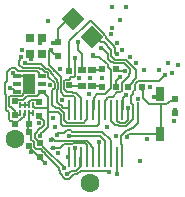
<source format=gbl>
G04*
G04 #@! TF.GenerationSoftware,Altium Limited,Altium Designer,20.0.13 (296)*
G04*
G04 Layer_Physical_Order=4*
G04 Layer_Color=1930808*
%FSLAX25Y25*%
%MOIN*%
G70*
G01*
G75*
%ADD20R,0.02165X0.02165*%
%ADD25R,0.02165X0.02165*%
%ADD43C,0.00500*%
%ADD44C,0.00800*%
%ADD45C,0.00400*%
%ADD46C,0.00600*%
%ADD47C,0.01772*%
%ADD48C,0.06299*%
%ADD50R,0.02559X0.01378*%
%ADD51R,0.04331X0.06693*%
%ADD52R,0.02756X0.02953*%
%ADD53R,0.00591X0.01968*%
%ADD54R,0.00984X0.07087*%
%ADD55P,0.07795X4X90.0*%
%ADD56R,0.02953X0.04724*%
%ADD57R,0.02559X0.02362*%
D20*
X33200Y38000D02*
D03*
X37800D02*
D03*
X37800Y32000D02*
D03*
X33200D02*
D03*
X41700D02*
D03*
X46300D02*
D03*
X8800Y19500D02*
D03*
X4200D02*
D03*
D25*
X22200Y32545D02*
D03*
Y37145D02*
D03*
X57500Y27800D02*
D03*
Y23200D02*
D03*
X18500Y42200D02*
D03*
Y46800D02*
D03*
X12000Y27000D02*
D03*
Y22400D02*
D03*
X3890Y27124D02*
D03*
Y22524D02*
D03*
X12350Y13212D02*
D03*
Y8612D02*
D03*
X8600Y12200D02*
D03*
Y16800D02*
D03*
D43*
X1721Y37346D02*
X2751Y38376D01*
X5514Y39206D02*
Y40794D01*
Y39206D02*
X6554Y38166D01*
X12088D01*
X5064Y37275D02*
X5173Y37166D01*
X5064Y37275D02*
Y37418D01*
X4106Y38376D02*
X5064Y37418D01*
X2751Y38376D02*
X4106D01*
X3429Y36415D02*
Y36740D01*
X3357Y36344D02*
X3429Y36415D01*
X16029Y36470D02*
X18167Y34333D01*
X16029Y36470D02*
Y36973D01*
X15004Y37998D02*
X16029Y36973D01*
X14590Y36998D02*
X15030Y36559D01*
Y35384D02*
Y36559D01*
Y35384D02*
X17236Y33178D01*
X18167Y33660D02*
Y34333D01*
X14502Y37998D02*
X15004D01*
X20807Y34378D02*
X21878D01*
X20367Y33938D02*
X20807Y34378D01*
X20367Y31152D02*
Y33938D01*
Y31152D02*
X21369Y30150D01*
X11273Y37166D02*
X11970Y36468D01*
X5173Y37166D02*
X11273D01*
X12454Y37800D02*
X13200D01*
X12088Y38166D02*
X12454Y37800D01*
X7232Y39802D02*
X7382Y39652D01*
X5514Y40794D02*
X5738Y41017D01*
Y41737D01*
X6000Y42000D01*
X1721Y37221D02*
Y37346D01*
X1500Y37000D02*
X1721Y37221D01*
X3357Y36344D02*
X4142Y35559D01*
X1500Y34000D02*
Y37000D01*
X12848Y39652D02*
X14502Y37998D01*
X10233Y39652D02*
X12848D01*
X10178Y39596D02*
X10233Y39652D01*
X8822Y39596D02*
X10178D01*
X13200Y37800D02*
X14002Y36998D01*
X11970Y35998D02*
Y36468D01*
X14002Y36998D02*
X14590D01*
X22200Y37145D02*
Y47200D01*
X6901Y35489D02*
X8866Y33523D01*
X4802Y35489D02*
X6901D01*
X44467Y33393D02*
X45074Y34000D01*
X52081D02*
X53888Y35807D01*
X45074Y34000D02*
X52081D01*
X42474Y36598D02*
Y37953D01*
X42000Y36124D02*
X42474Y36598D01*
X37769Y43256D02*
X38013Y43013D01*
X10643Y14919D02*
X12300Y13262D01*
X10643Y14919D02*
Y16345D01*
X2402Y31570D02*
X2746D01*
X2350Y29000D02*
X5394D01*
X2050Y28700D02*
X2350Y29000D01*
X3137Y31179D02*
X3404D01*
X2746Y31570D02*
X3137Y31179D01*
X3404D02*
X4142Y30441D01*
X18981Y3206D02*
Y3944D01*
X21832Y3000D02*
X22622Y3790D01*
X18981Y3206D02*
X20822Y1364D01*
X23136Y2335D02*
X23301Y2500D01*
X23136Y2322D02*
Y2335D01*
X22178Y1364D02*
X23136Y2322D01*
X20822Y1364D02*
X22178D01*
X21500Y3000D02*
X21832D01*
X6734Y27734D02*
X7903Y28903D01*
X12409Y30441D02*
X13000D01*
X11970Y30002D02*
X12409Y30441D01*
X11970Y29485D02*
Y30002D01*
X7903Y28903D02*
X11389D01*
X11970Y29485D01*
X9394Y27734D02*
X10606D01*
X8662Y27000D02*
X8955Y27293D01*
X11167Y27633D02*
X12000Y26800D01*
X8500Y27000D02*
X8662D01*
X10707Y27633D02*
X11167D01*
X10606Y27734D02*
X10707Y27633D01*
X8955Y27293D02*
Y27295D01*
X9394Y27734D01*
X22200Y47200D02*
X29084Y54084D01*
X766Y29711D02*
Y33266D01*
Y29711D02*
X1050Y29427D01*
X766Y33266D02*
X1500Y34000D01*
X36667Y28667D02*
X38167Y30167D01*
X39193D01*
X35118Y28667D02*
X36667D01*
X29603Y41897D02*
X32173D01*
X34237Y39833D01*
X34593D01*
X35033Y38681D02*
Y39393D01*
X35967Y36607D02*
Y37747D01*
Y36607D02*
X35967Y36607D01*
X34593Y39833D02*
X35033Y39393D01*
X35967Y31541D02*
Y36607D01*
X33926Y29500D02*
X35967Y31541D01*
X35033Y38681D02*
X35967Y37747D01*
X41462Y38911D02*
X41515D01*
X42000Y35515D02*
Y36124D01*
X40524Y39850D02*
X41462Y38911D01*
X41515D02*
X42474Y37953D01*
X44467Y33141D02*
Y33393D01*
X44000Y32674D02*
X44467Y33141D01*
X44000Y31000D02*
Y32674D01*
X40016Y33532D02*
Y33542D01*
X40307Y33833D01*
X40318D01*
X42000Y35515D01*
X18000Y15921D02*
X18030Y15890D01*
X17506Y13914D02*
X22657D01*
X16421Y15000D02*
X17506Y13914D01*
X22000Y15500D02*
X32406D01*
X18571Y4354D02*
Y5429D01*
X18395D02*
X18571D01*
X14183Y9641D02*
X18395Y5429D01*
X20262Y5032D02*
Y5340D01*
X18571Y4354D02*
X18981Y3944D01*
X20464Y12964D02*
X23050D01*
X19167Y11667D02*
X20464Y12964D01*
X16750Y11667D02*
X19167D01*
X14158Y11445D02*
X20262Y5340D01*
X22657Y13914D02*
X22828Y14086D01*
X34983Y41219D02*
Y43017D01*
X32978Y45022D02*
X34983Y43017D01*
X36000Y40202D02*
X36672D01*
X37024Y39850D01*
X40524D01*
X34983Y41219D02*
X36000Y40202D01*
X34195Y27667D02*
X34386D01*
X39193Y30167D02*
X39633Y30607D01*
Y33148D01*
X40016Y33532D01*
X33953Y24374D02*
Y27425D01*
X34195Y27667D01*
X34386D02*
X34679Y27960D01*
Y28228D01*
X35118Y28667D01*
X37300Y43300D02*
X37344Y43256D01*
X37300Y43300D02*
Y44852D01*
X37344Y43256D02*
X37769D01*
X42854Y28928D02*
X43533Y29607D01*
X42854Y26514D02*
Y28928D01*
Y26514D02*
X43291Y26077D01*
X24000Y38571D02*
Y41500D01*
X37000Y45152D02*
X37300Y44852D01*
X37000Y45152D02*
Y45500D01*
X34210Y48290D02*
X37000Y45500D01*
X34210Y48290D02*
Y48919D01*
X43533Y29607D02*
Y30533D01*
X44000Y31000D01*
X31500Y29500D02*
X33926D01*
X11491Y21467D02*
X12733D01*
X11379Y21579D02*
X11491Y21467D01*
X12300Y13162D02*
X12400D01*
X12300D02*
Y13262D01*
X32609Y45022D02*
X32978D01*
X23101Y17000D02*
X33037D01*
X22615Y17486D02*
X23101Y17000D01*
X21384Y17486D02*
X22615D01*
X20399Y16500D02*
X21384Y17486D01*
X18030Y16500D02*
X20399D01*
X21339Y20081D02*
X26882D01*
X20501Y20919D02*
X21339Y20081D01*
X23222Y13136D02*
X27501D01*
X23050Y12964D02*
X23222Y13136D01*
X27894Y14086D02*
X29239Y12740D01*
X22828Y14086D02*
X27894D01*
X16327Y11776D02*
X16750D01*
X27965Y8708D02*
Y12671D01*
X27501Y13136D02*
X27965Y12671D01*
X15884Y11667D02*
X16327D01*
X14117Y11445D02*
X14158D01*
X13379Y10445D02*
X13743D01*
X12400Y13162D02*
X14117Y11445D01*
X12693Y11131D02*
X13379Y10445D01*
X13743D02*
X14183Y10005D01*
Y9641D02*
Y10005D01*
X11105Y11131D02*
Y11231D01*
X10517Y11819D02*
X11105Y11231D01*
X10517Y11819D02*
Y13509D01*
X9500Y14426D02*
Y15800D01*
Y14426D02*
X9893Y14033D01*
X9993D02*
X10517Y13509D01*
X9893Y14033D02*
X9993D01*
X10000Y25311D02*
X10045Y25266D01*
X10308D01*
X10607Y24967D01*
X13393D01*
X13426Y25000D01*
X15000D01*
X18236Y31308D02*
Y33592D01*
X18167Y33660D02*
X18236Y33592D01*
X18029Y31102D02*
X18236Y31308D01*
X18029Y26787D02*
X18988Y25829D01*
X18029Y26787D02*
Y31102D01*
X16500Y30987D02*
X17236Y31722D01*
Y33178D01*
X30016Y8626D02*
Y11677D01*
X29774Y11919D02*
X30016Y11677D01*
X29582Y11919D02*
X29774D01*
X29289Y12212D02*
X29582Y11919D01*
X29289Y12212D02*
Y12480D01*
X29239Y12530D02*
X29289Y12480D01*
X29239Y12530D02*
Y12740D01*
X35921Y8626D02*
Y14116D01*
X33037Y17000D02*
X35921Y14116D01*
X33953Y8626D02*
Y13953D01*
X32406Y15500D02*
X33953Y13953D01*
X11379Y21579D02*
X12000Y22200D01*
X12846Y18196D02*
X13804Y19154D01*
X12733Y21467D02*
X12833Y21367D01*
X12946D01*
X11379Y21579D02*
Y21579D01*
X12494Y18196D02*
X12846D01*
X13804Y19154D02*
Y20509D01*
X12946Y21367D02*
X13804Y20509D01*
X10643Y16345D02*
X12494Y18196D01*
X4500Y27734D02*
X6734D01*
X3890Y27124D02*
X4500Y27734D01*
X7244Y26000D02*
X8622D01*
X5866D02*
X7244D01*
X5396Y29002D02*
X6322D01*
X5394Y29000D02*
X5396Y29002D01*
X6322D02*
X6762Y29441D01*
Y29714D01*
X8866Y31819D02*
Y33523D01*
X6762Y29714D02*
X8866Y31819D01*
X2708Y25292D02*
X3890Y24110D01*
X1050Y25324D02*
X1200Y25174D01*
Y24300D02*
Y25174D01*
X2496Y25292D02*
X2708D01*
X2050Y25738D02*
Y28700D01*
Y25738D02*
X2496Y25292D01*
X1050Y25324D02*
Y29427D01*
X1200Y24300D02*
X2000Y23500D01*
X3008Y20692D02*
X4200Y19500D01*
X2496Y20692D02*
X3008D01*
X2000Y21188D02*
X2496Y20692D01*
X2000Y21188D02*
Y23500D01*
X7199Y23199D02*
X7244Y23244D01*
X7199Y22499D02*
Y23199D01*
X6911Y22211D02*
X7199Y22499D01*
X6911Y21949D02*
Y22211D01*
X6472Y21510D02*
X6911Y21949D01*
X6210Y21510D02*
X6472D01*
X4200Y19500D02*
X6210Y21510D01*
X4142Y30441D02*
X4732D01*
X23301Y2500D02*
X23500D01*
X24784Y2790D02*
X26009Y4014D01*
X23790Y2790D02*
X24784D01*
X23500Y2500D02*
X23790Y2790D01*
X25837Y8384D02*
X26079Y8626D01*
X25837Y5256D02*
Y8384D01*
X24370Y3790D02*
X25837Y5256D01*
X22622Y3790D02*
X24370D01*
X16052Y11500D02*
X16327Y11776D01*
X15884Y11667D02*
X16052Y11500D01*
X16049Y15000D02*
X16421D01*
X20501Y20919D02*
Y23140D01*
X8500Y16800D02*
X9500Y15800D01*
X11105Y11131D02*
X12693D01*
X24000Y24484D02*
X24110Y24374D01*
X21591Y29000D02*
X23500D01*
X24000Y28500D01*
Y24484D02*
Y28500D01*
X27614Y21081D02*
X27805D01*
X26882Y20081D02*
X27321Y20520D01*
X28047Y21323D02*
Y24374D01*
X27805Y21081D02*
X28047Y21323D01*
X27321Y20520D02*
Y20788D01*
X27614Y21081D01*
X16500Y26000D02*
X17699Y24801D01*
X18840D01*
X20501Y23140D01*
X20181Y24874D02*
X22142D01*
X18988Y25829D02*
X19226D01*
X20181Y24874D01*
X21369Y30150D02*
X23159D01*
X23309Y30000D01*
X24500D01*
X24000Y38571D02*
X24033Y38538D01*
Y35752D02*
Y38538D01*
X23593Y35312D02*
X24033Y35752D01*
X22812Y35312D02*
X23593D01*
X21878Y34378D02*
X22812Y35312D01*
X16500Y26000D02*
Y30987D01*
X7382Y39652D02*
X8766D01*
X4142Y35559D02*
X4732D01*
X8766Y39652D02*
X8822Y39596D01*
X12409Y35559D02*
X13000D01*
X11970Y35998D02*
X12409Y35559D01*
X3890Y22524D02*
Y24110D01*
X33780Y49349D02*
X34210Y48919D01*
X33780Y49349D02*
Y49720D01*
X29416Y54084D02*
X33780Y49720D01*
X43372Y24217D02*
Y25572D01*
X43291Y24136D02*
X43372Y24217D01*
X43291Y25653D02*
Y26077D01*
Y25653D02*
X43372Y25572D01*
X41636Y24737D02*
X41736Y24837D01*
X41075Y19081D02*
X43291Y21297D01*
Y24136D01*
X41736Y24837D02*
Y24894D01*
X41265Y17500D02*
X42000D01*
X39486Y15721D02*
X41265Y17500D01*
X42000D02*
X42900Y18400D01*
X43400D01*
X37300Y19200D02*
X38522D01*
X38105Y20493D02*
X38398Y20200D01*
X39055Y20081D02*
X40661D01*
X38398Y20200D02*
X38936D01*
X39055Y20081D01*
X43400Y18400D02*
X45000Y20000D01*
X38105Y20493D02*
Y24659D01*
X38522Y19200D02*
X38641Y19081D01*
X40661Y20081D02*
X41636Y21056D01*
X38641Y19081D02*
X41075D01*
X45000Y20000D02*
Y27000D01*
X41636Y21056D02*
Y24737D01*
X30308Y28308D02*
X31500Y29500D01*
X29084Y54084D02*
X29416D01*
X39486Y12923D02*
Y15721D01*
Y12923D02*
X39858Y12551D01*
X18000Y15921D02*
Y16500D01*
X30308Y24666D02*
Y28308D01*
X24500Y30000D02*
X26079Y28421D01*
Y24374D02*
Y28421D01*
X8500Y19200D02*
X8800Y19500D01*
X8500Y16800D02*
Y19200D01*
X5866Y22811D02*
Y23244D01*
X5771Y22716D02*
X5866Y22811D01*
X4081Y22716D02*
X5771D01*
X3890Y22524D02*
X4081Y22716D01*
X39858Y9126D02*
Y12551D01*
X26009Y4014D02*
X34986D01*
X27965Y8708D02*
X28047Y8626D01*
X34986Y4014D02*
X35500Y3500D01*
X8800Y19500D02*
Y22377D01*
X8622Y22555D02*
X8800Y22377D01*
X8622Y22555D02*
Y23244D01*
X10000D01*
X4732Y35559D02*
X4802Y35489D01*
X36035Y20465D02*
X37300Y19200D01*
X35921Y24374D02*
X36035Y24260D01*
Y20465D02*
Y24260D01*
X30016Y24374D02*
X30308Y24666D01*
D44*
X18286Y36214D02*
X19317Y35183D01*
X18260Y36214D02*
X18286D01*
X17214Y37260D02*
X18260Y36214D01*
X17214Y37260D02*
Y37286D01*
X17179Y37321D02*
X17214Y37286D01*
X17179Y37321D02*
Y37449D01*
X15500Y39129D02*
X17179Y37449D01*
X15500Y39129D02*
Y44341D01*
X23056Y32244D02*
X26228D01*
X22300Y33000D02*
X23056Y32244D01*
X9500Y41232D02*
Y41874D01*
X15892Y43949D02*
X16958Y42883D01*
X15892Y43949D02*
Y44099D01*
X15650Y44341D02*
X15892Y44099D01*
X15500Y44341D02*
X15650D01*
X12500Y46500D02*
Y46959D01*
X15000Y18723D02*
Y24000D01*
X13322Y17046D02*
X15000Y18723D01*
X18500Y46800D02*
Y51215D01*
X18494Y51221D02*
X18500Y51215D01*
X44500Y35052D02*
Y37553D01*
X43317Y33870D02*
X44500Y35052D01*
X41992Y40061D02*
X44500Y37553D01*
X37500Y41000D02*
X41000D01*
X41939Y40061D01*
X21799Y8626D02*
X22142D01*
X18494Y51221D02*
X21505Y54233D01*
X41939Y40061D02*
X41992D01*
X41700Y32000D02*
X43317Y33617D01*
Y33870D01*
X14165Y6465D02*
Y6535D01*
X36133Y42367D02*
X37500Y41000D01*
X36133Y42367D02*
Y43658D01*
X36150Y43676D01*
Y44376D01*
X33720Y46806D02*
X36150Y44376D01*
X40905Y29214D02*
X41025D01*
X39858Y24374D02*
X39950Y24466D01*
Y28260D01*
X40905Y29214D01*
X46786Y28214D02*
Y30514D01*
X46300Y31000D02*
X46786Y30514D01*
Y28214D02*
X48669Y26331D01*
X12385Y47074D02*
X12500Y46959D01*
X17817Y42883D02*
X18500Y42200D01*
X16958Y42883D02*
X17817D01*
X30890Y48608D02*
X32692Y46806D01*
X29562Y48608D02*
X30890D01*
X32692Y46806D02*
X33720D01*
X20134Y18866D02*
X31366D01*
X19351Y19649D02*
X20134Y18866D01*
X31798Y13500D02*
X31968D01*
X15000Y25000D02*
Y28652D01*
Y24000D02*
Y25000D01*
X12279Y15667D02*
Y15930D01*
X12719Y16577D02*
X13188Y17046D01*
X13322D01*
X12279Y15930D02*
X12719Y16370D01*
Y16577D01*
X12000Y20000D02*
X12168Y19831D01*
X19351Y19649D02*
Y22663D01*
X11567Y9295D02*
X11609Y9253D01*
X9267Y11342D02*
Y11433D01*
X11315Y9295D02*
X11567D01*
X8500Y12200D02*
X9267Y11433D01*
Y11342D02*
X11315Y9295D01*
X11609Y9091D02*
Y9253D01*
X31366Y18866D02*
X31984Y19484D01*
X18363Y23651D02*
X19351Y22663D01*
X16967Y23651D02*
X18363D01*
X9032Y42343D02*
X9500Y41874D01*
X54560Y26500D02*
X55000D01*
X56969Y27269D02*
X57500Y27800D01*
X55769Y27269D02*
X56969D01*
X55000Y26500D02*
X55769Y27269D01*
X41327Y15459D02*
X42176Y16307D01*
X41327Y15249D02*
Y15459D01*
X21505Y54233D02*
X23938D01*
X52577Y26174D02*
X52734Y26331D01*
X52577Y17302D02*
Y26174D01*
Y17302D02*
X52734Y17144D01*
X54391Y26331D02*
X54560Y26500D01*
X52734Y26331D02*
X54391D01*
X52734Y16541D02*
Y17144D01*
X42176Y16307D02*
X52500D01*
X52734Y16541D01*
X15000Y24000D02*
X15469Y23531D01*
X16847D01*
X16967Y23651D01*
X31968Y13500D02*
X31984Y13484D01*
Y8626D02*
Y13484D01*
X12000Y8700D02*
X14165Y6535D01*
X13211Y30441D02*
X15000Y28652D01*
X13000Y30441D02*
X13211D01*
X31984Y19484D02*
Y24374D01*
X57500Y23200D02*
X57508Y23208D01*
X29772Y32244D02*
X33200D01*
X12385Y47074D02*
X12969Y47657D01*
X48669Y26331D02*
X52734D01*
D45*
X38000Y3000D02*
Y3780D01*
X24000Y11500D02*
Y11904D01*
X24014Y11890D02*
X24110D01*
Y9126D02*
Y11890D01*
X37890Y3890D02*
X38000Y3780D01*
X32944Y37756D02*
X33200Y37500D01*
X24000Y11904D02*
X24014Y11890D01*
D46*
X19286Y30873D02*
Y34027D01*
X19270Y34043D02*
X19286Y34027D01*
X19270Y34043D02*
Y34540D01*
X19317Y34587D01*
Y35183D01*
X38025Y37275D02*
X40838D01*
X25131Y44142D02*
Y47069D01*
Y44142D02*
X26386Y42887D01*
X37800Y37500D02*
X38025Y37275D01*
X37800Y34000D02*
X39000Y35200D01*
X37800Y32000D02*
Y34000D01*
X26386Y40012D02*
Y42887D01*
X26228Y39854D02*
X26386Y40012D01*
X26228Y37756D02*
Y39854D01*
X19217Y30805D02*
X19286Y30873D01*
X19217Y30283D02*
Y30805D01*
Y30283D02*
X20500Y29000D01*
X21591D01*
X50458Y28458D02*
X51324D01*
X52500Y29634D01*
Y29693D01*
X37890Y3890D02*
Y8626D01*
X29772Y37756D02*
X32944D01*
D47*
X3429Y36740D02*
D03*
X19000Y38000D02*
D03*
X25500Y35000D02*
D03*
X7232Y39802D02*
D03*
X6000Y42000D02*
D03*
X6268Y44272D02*
D03*
X9500Y41232D02*
D03*
X12500Y46500D02*
D03*
X16032Y44365D02*
D03*
X16847Y21531D02*
D03*
X15134Y53857D02*
D03*
X16753Y46637D02*
D03*
X52000Y37500D02*
D03*
X53888Y35807D02*
D03*
X47000Y37500D02*
D03*
X40838Y37275D02*
D03*
X38013Y43013D02*
D03*
X2402Y31500D02*
D03*
X21500Y3000D02*
D03*
X21799Y8626D02*
D03*
X18358Y10031D02*
D03*
X38000Y3000D02*
D03*
X29900Y42500D02*
D03*
X25131Y47069D02*
D03*
X44539Y40039D02*
D03*
X39000Y35300D02*
D03*
X18100Y15800D02*
D03*
X22000Y15500D02*
D03*
X14165Y6465D02*
D03*
X20262Y5032D02*
D03*
X24000Y11500D02*
D03*
X42447Y42079D02*
D03*
X39844Y44357D02*
D03*
X38091Y46722D02*
D03*
X41025Y29214D02*
D03*
X24000Y41500D02*
D03*
X49165Y31965D02*
D03*
X45000Y28000D02*
D03*
X32609Y45022D02*
D03*
X31900Y13500D02*
D03*
X16750Y11776D02*
D03*
X12168Y19831D02*
D03*
X15600Y32500D02*
D03*
X16120Y14200D02*
D03*
X9500Y10131D02*
D03*
X36000Y49500D02*
D03*
X57508Y24316D02*
D03*
X41736Y24894D02*
D03*
X37850Y15500D02*
D03*
X41327Y15249D02*
D03*
X57000Y20500D02*
D03*
X48165Y14465D02*
D03*
X17500Y18500D02*
D03*
X29165Y34965D02*
D03*
X33000Y35000D02*
D03*
X28665Y29465D02*
D03*
X19665Y27465D02*
D03*
X34665Y18465D02*
D03*
X39000Y54132D02*
D03*
X41000Y58631D02*
D03*
X36500D02*
D03*
Y51631D02*
D03*
X58500Y39132D02*
D03*
X56500Y36500D02*
D03*
X55000Y40000D02*
D03*
X50458Y28458D02*
D03*
X12279Y15667D02*
D03*
X45609Y7132D02*
D03*
X35500Y3500D02*
D03*
D48*
X29000Y0D02*
D03*
X4000Y14500D02*
D03*
D50*
X4732Y30441D02*
D03*
Y33000D02*
D03*
Y35559D02*
D03*
X13000D02*
D03*
Y33000D02*
D03*
Y30441D02*
D03*
D51*
X8866Y33000D02*
D03*
D52*
X12968Y48158D02*
D03*
Y42843D02*
D03*
X9031D02*
D03*
Y48158D02*
D03*
D53*
X10000Y23244D02*
D03*
X8622D02*
D03*
X7244D02*
D03*
X5866D02*
D03*
Y26000D02*
D03*
X7244D02*
D03*
X8622D02*
D03*
X10000D02*
D03*
D54*
X22142Y24374D02*
D03*
Y8626D02*
D03*
X24110Y24374D02*
D03*
Y8626D02*
D03*
X26079Y24374D02*
D03*
Y8626D02*
D03*
X28047Y24374D02*
D03*
Y8626D02*
D03*
X30016Y24374D02*
D03*
Y8626D02*
D03*
X31984Y24374D02*
D03*
Y8626D02*
D03*
X33953Y24374D02*
D03*
Y8626D02*
D03*
X35921Y24374D02*
D03*
Y8626D02*
D03*
X37890Y24374D02*
D03*
Y8626D02*
D03*
X39858Y24374D02*
D03*
Y8626D02*
D03*
D55*
X29562Y48608D02*
D03*
X23438Y54733D02*
D03*
D56*
X52500Y29693D02*
D03*
Y16307D02*
D03*
D57*
X26228Y32244D02*
D03*
X29772D02*
D03*
Y37756D02*
D03*
X26228D02*
D03*
M02*

</source>
